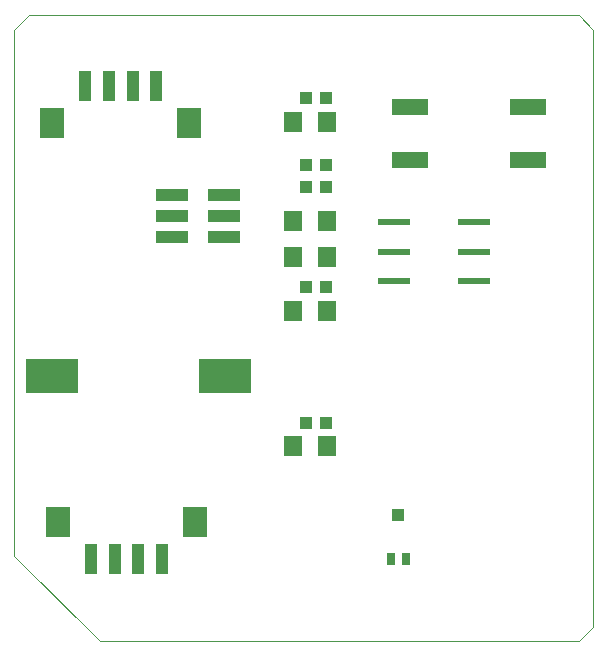
<source format=gtp>
G75*
%MOIN*%
%OFA0B0*%
%FSLAX25Y25*%
%IPPOS*%
%LPD*%
%AMOC8*
5,1,8,0,0,1.08239X$1,22.5*
%
%ADD10C,0.00004*%
%ADD11R,0.11024X0.03937*%
%ADD12R,0.06299X0.07098*%
%ADD13R,0.12205X0.05512*%
%ADD14R,0.17323X0.11811*%
%ADD15R,0.10827X0.01969*%
%ADD16R,0.03937X0.04331*%
%ADD17R,0.03937X0.09843*%
%ADD18R,0.07874X0.09843*%
%ADD19R,0.03150X0.04331*%
D10*
X0008874Y0037220D02*
X0037220Y0008874D01*
X0197063Y0008874D01*
X0201787Y0013598D01*
X0201787Y0212811D01*
X0197063Y0217535D01*
X0013598Y0217535D01*
X0008874Y0212811D01*
X0008874Y0037220D01*
D11*
X0061236Y0143717D03*
X0061236Y0150606D03*
X0061236Y0157496D03*
X0078559Y0157496D03*
X0078559Y0150606D03*
X0078559Y0143717D03*
D12*
X0101701Y0148835D03*
X0112898Y0148835D03*
X0112898Y0136827D03*
X0101701Y0136827D03*
X0101701Y0119110D03*
X0112898Y0119110D03*
X0112898Y0073835D03*
X0101701Y0073835D03*
X0101701Y0182102D03*
X0112898Y0182102D03*
D13*
X0140764Y0187024D03*
X0140764Y0169307D03*
X0180134Y0169307D03*
X0180134Y0187024D03*
D14*
X0079150Y0097457D03*
X0021276Y0097457D03*
D15*
X0135350Y0128953D03*
X0135350Y0138795D03*
X0135350Y0148638D03*
X0161925Y0148638D03*
X0161925Y0138795D03*
X0161925Y0128953D03*
D16*
X0112614Y0126984D03*
X0105921Y0126984D03*
X0105921Y0160449D03*
X0112614Y0160449D03*
X0112614Y0167535D03*
X0105921Y0167535D03*
X0105921Y0189976D03*
X0112614Y0189976D03*
X0112614Y0081709D03*
X0105921Y0081709D03*
X0136787Y0051039D03*
D17*
X0058087Y0036433D03*
X0050213Y0036433D03*
X0042339Y0036433D03*
X0034465Y0036433D03*
X0032496Y0193913D03*
X0040370Y0193913D03*
X0048244Y0193913D03*
X0056118Y0193913D03*
D18*
X0067142Y0181618D03*
X0021472Y0181618D03*
X0023441Y0048728D03*
X0069110Y0048728D03*
D19*
X0134268Y0036354D03*
X0139386Y0036354D03*
M02*

</source>
